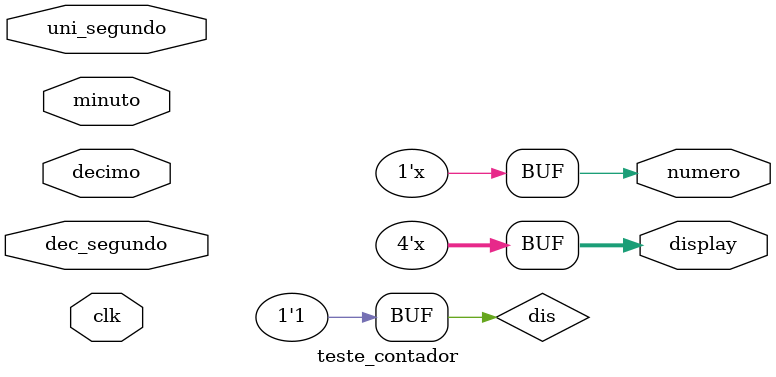
<source format=v>
module teste_contador(
	input clk,decimo,uni_segundo,dec_segundo,minuto,
	output reg [4:1] display,
	output reg numero
);
	reg [1:0] states;
	localparam s0 = 2'b00;
	localparam s1 = 2'b01;
	localparam s2 = 2'b10;
	localparam s3 = 2'b11;
	wire div;
	reg dis = 1'b1;
	reg num;
	temporizador 	temp( .Q(div),
								.Clk(clk),
								.Disparo(dis),
								.Overflow(50000)
						);
	always @ (clk)
	begin : L1
		case(states)
			s0: 
			if (div == 1'b0)
			begin
				states <= s1;
			end
			else
			begin
				states <= s0;
			end
			s1: 
			if (div == 1'b0)
			begin
				states <= s2;
			end
			else
			begin
				states <= s1;
			end
			s2: 
			if (div == 1'b0)
			begin
				states <= s3;
			end
			else
			begin
				states <= s2;
			end
			s3: 
			if (div == 1'b0)
			begin
				states <= s0;
			end
			else
			begin
				states <= s3;
			end
		endcase
		case (states)
			s0:
			begin
				display = 4'b1110;
				num <= decimo;
			end
			s1:
			begin
				display = 4'b1101;
				num <= uni_segundo;
			end
			s2:
			begin
				display = 4'b1011;
				num <= dec_segundo;
			end
			s3:
			begin
				display = 4'b0111;
				num <= minuto;
			end
		endcase
		numero = num;
	end
						
endmodule

</source>
